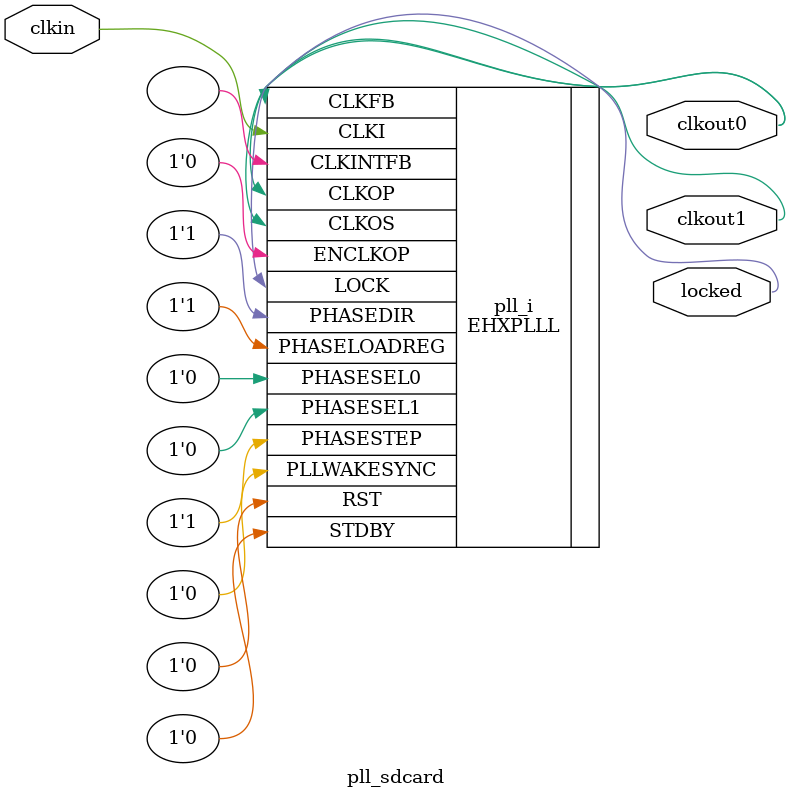
<source format=v>
module pll_sdcard
(
    input clkin, // 25 MHz, 0 deg
    output clkout0, // 40 MHz, 0 deg
    output clkout1, // 40 MHz, 45 deg
    output locked
);
(* FREQUENCY_PIN_CLKI="25" *)
(* FREQUENCY_PIN_CLKOP="40" *)
(* FREQUENCY_PIN_CLKOS="40" *)
(* ICP_CURRENT="12" *) (* LPF_RESISTOR="8" *) (* MFG_ENABLE_FILTEROPAMP="1" *) (* MFG_GMCREF_SEL="2" *)
EHXPLLL #(
        .PLLRST_ENA("DISABLED"),
        .INTFB_WAKE("DISABLED"),
        .STDBY_ENABLE("DISABLED"),
        .DPHASE_SOURCE("DISABLED"),
        .OUTDIVIDER_MUXA("DIVA"),
        .OUTDIVIDER_MUXB("DIVB"),
        .OUTDIVIDER_MUXC("DIVC"),
        .OUTDIVIDER_MUXD("DIVD"),
        .CLKI_DIV(5),
        .CLKOP_ENABLE("ENABLED"),
        .CLKOP_DIV(15),
        .CLKOP_CPHASE(7),
        .CLKOP_FPHASE(0),
        .CLKOS_ENABLE("ENABLED"),
        .CLKOS_DIV(15),
        .CLKOS_CPHASE(8),
        .CLKOS_FPHASE(7),
        .FEEDBK_PATH("CLKOP"),
        .CLKFB_DIV(8)
    ) pll_i (
        .RST(1'b0),
        .STDBY(1'b0),
        .CLKI(clkin),
        .CLKOP(clkout0),
        .CLKOS(clkout1),
        .CLKFB(clkout0),
        .CLKINTFB(),
        .PHASESEL0(1'b0),
        .PHASESEL1(1'b0),
        .PHASEDIR(1'b1),
        .PHASESTEP(1'b1),
        .PHASELOADREG(1'b1),
        .PLLWAKESYNC(1'b0),
        .ENCLKOP(1'b0),
        .LOCK(locked)
	);
endmodule

</source>
